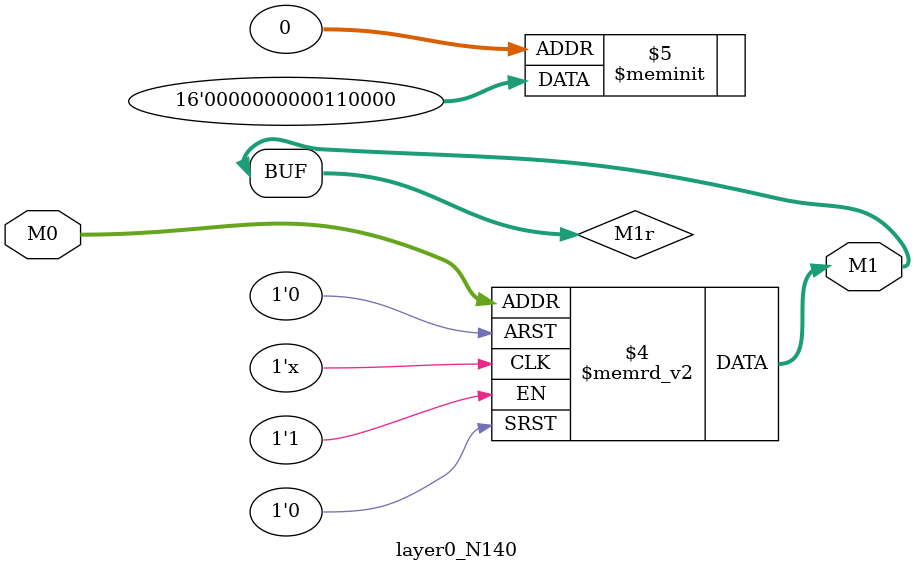
<source format=v>
module layer0_N140 ( input [2:0] M0, output [1:0] M1 );

	(*rom_style = "distributed" *) reg [1:0] M1r;
	assign M1 = M1r;
	always @ (M0) begin
		case (M0)
			3'b000: M1r = 2'b00;
			3'b100: M1r = 2'b00;
			3'b010: M1r = 2'b11;
			3'b110: M1r = 2'b00;
			3'b001: M1r = 2'b00;
			3'b101: M1r = 2'b00;
			3'b011: M1r = 2'b00;
			3'b111: M1r = 2'b00;

		endcase
	end
endmodule

</source>
